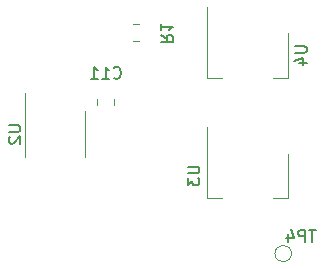
<source format=gbr>
G04 #@! TF.GenerationSoftware,KiCad,Pcbnew,(5.1.4)-1*
G04 #@! TF.CreationDate,2020-03-24T16:39:45-06:00*
G04 #@! TF.ProjectId,Laser_Stripe_Sensor,4c617365-725f-4537-9472-6970655f5365,rev?*
G04 #@! TF.SameCoordinates,Original*
G04 #@! TF.FileFunction,Legend,Bot*
G04 #@! TF.FilePolarity,Positive*
%FSLAX46Y46*%
G04 Gerber Fmt 4.6, Leading zero omitted, Abs format (unit mm)*
G04 Created by KiCad (PCBNEW (5.1.4)-1) date 2020-03-24 16:39:45*
%MOMM*%
%LPD*%
G04 APERTURE LIST*
%ADD10C,0.120000*%
%ADD11C,0.150000*%
G04 APERTURE END LIST*
D10*
X163214000Y-97602000D02*
X163214000Y-103612000D01*
X170034000Y-99852000D02*
X170034000Y-103612000D01*
X163214000Y-103612000D02*
X164474000Y-103612000D01*
X170034000Y-103612000D02*
X168774000Y-103612000D01*
X163214000Y-107812000D02*
X163214000Y-113822000D01*
X170034000Y-110062000D02*
X170034000Y-113822000D01*
X163214000Y-113822000D02*
X164474000Y-113822000D01*
X170034000Y-113822000D02*
X168774000Y-113822000D01*
X147808000Y-108393000D02*
X147808000Y-104943000D01*
X147808000Y-108393000D02*
X147808000Y-110343000D01*
X152928000Y-108393000D02*
X152928000Y-106443000D01*
X152928000Y-108393000D02*
X152928000Y-110343000D01*
X170372000Y-118516400D02*
G75*
G03X170372000Y-118516400I-700000J0D01*
G01*
X156955748Y-99112000D02*
X157478252Y-99112000D01*
X156955748Y-100532000D02*
X157478252Y-100532000D01*
X153925200Y-105916252D02*
X153925200Y-105393748D01*
X155345200Y-105916252D02*
X155345200Y-105393748D01*
D11*
X170648380Y-100940095D02*
X171457904Y-100940095D01*
X171553142Y-100987714D01*
X171600761Y-101035333D01*
X171648380Y-101130571D01*
X171648380Y-101321047D01*
X171600761Y-101416285D01*
X171553142Y-101463904D01*
X171457904Y-101511523D01*
X170648380Y-101511523D01*
X170981714Y-102416285D02*
X171648380Y-102416285D01*
X170600761Y-102178190D02*
X171315047Y-101940095D01*
X171315047Y-102559142D01*
X161576380Y-111150095D02*
X162385904Y-111150095D01*
X162481142Y-111197714D01*
X162528761Y-111245333D01*
X162576380Y-111340571D01*
X162576380Y-111531047D01*
X162528761Y-111626285D01*
X162481142Y-111673904D01*
X162385904Y-111721523D01*
X161576380Y-111721523D01*
X161576380Y-112102476D02*
X161576380Y-112721523D01*
X161957333Y-112388190D01*
X161957333Y-112531047D01*
X162004952Y-112626285D01*
X162052571Y-112673904D01*
X162147809Y-112721523D01*
X162385904Y-112721523D01*
X162481142Y-112673904D01*
X162528761Y-112626285D01*
X162576380Y-112531047D01*
X162576380Y-112245333D01*
X162528761Y-112150095D01*
X162481142Y-112102476D01*
X146420380Y-107631095D02*
X147229904Y-107631095D01*
X147325142Y-107678714D01*
X147372761Y-107726333D01*
X147420380Y-107821571D01*
X147420380Y-108012047D01*
X147372761Y-108107285D01*
X147325142Y-108154904D01*
X147229904Y-108202523D01*
X146420380Y-108202523D01*
X146515619Y-108631095D02*
X146468000Y-108678714D01*
X146420380Y-108773952D01*
X146420380Y-109012047D01*
X146468000Y-109107285D01*
X146515619Y-109154904D01*
X146610857Y-109202523D01*
X146706095Y-109202523D01*
X146848952Y-109154904D01*
X147420380Y-108583476D01*
X147420380Y-109202523D01*
X172407104Y-116520980D02*
X171835676Y-116520980D01*
X172121390Y-117520980D02*
X172121390Y-116520980D01*
X171502342Y-117520980D02*
X171502342Y-116520980D01*
X171121390Y-116520980D01*
X171026152Y-116568600D01*
X170978533Y-116616219D01*
X170930914Y-116711457D01*
X170930914Y-116854314D01*
X170978533Y-116949552D01*
X171026152Y-116997171D01*
X171121390Y-117044790D01*
X171502342Y-117044790D01*
X170073771Y-116854314D02*
X170073771Y-117520980D01*
X170311866Y-116473361D02*
X170549961Y-117187647D01*
X169930914Y-117187647D01*
X159313619Y-99988666D02*
X159789809Y-100322000D01*
X159313619Y-100560095D02*
X160313619Y-100560095D01*
X160313619Y-100179142D01*
X160266000Y-100083904D01*
X160218380Y-100036285D01*
X160123142Y-99988666D01*
X159980285Y-99988666D01*
X159885047Y-100036285D01*
X159837428Y-100083904D01*
X159789809Y-100179142D01*
X159789809Y-100560095D01*
X159313619Y-99036285D02*
X159313619Y-99607714D01*
X159313619Y-99322000D02*
X160313619Y-99322000D01*
X160170761Y-99417238D01*
X160075523Y-99512476D01*
X160027904Y-99607714D01*
X155303457Y-103608142D02*
X155351076Y-103655761D01*
X155493933Y-103703380D01*
X155589171Y-103703380D01*
X155732028Y-103655761D01*
X155827266Y-103560523D01*
X155874885Y-103465285D01*
X155922504Y-103274809D01*
X155922504Y-103131952D01*
X155874885Y-102941476D01*
X155827266Y-102846238D01*
X155732028Y-102751000D01*
X155589171Y-102703380D01*
X155493933Y-102703380D01*
X155351076Y-102751000D01*
X155303457Y-102798619D01*
X154351076Y-103703380D02*
X154922504Y-103703380D01*
X154636790Y-103703380D02*
X154636790Y-102703380D01*
X154732028Y-102846238D01*
X154827266Y-102941476D01*
X154922504Y-102989095D01*
X153398695Y-103703380D02*
X153970123Y-103703380D01*
X153684409Y-103703380D02*
X153684409Y-102703380D01*
X153779647Y-102846238D01*
X153874885Y-102941476D01*
X153970123Y-102989095D01*
M02*

</source>
